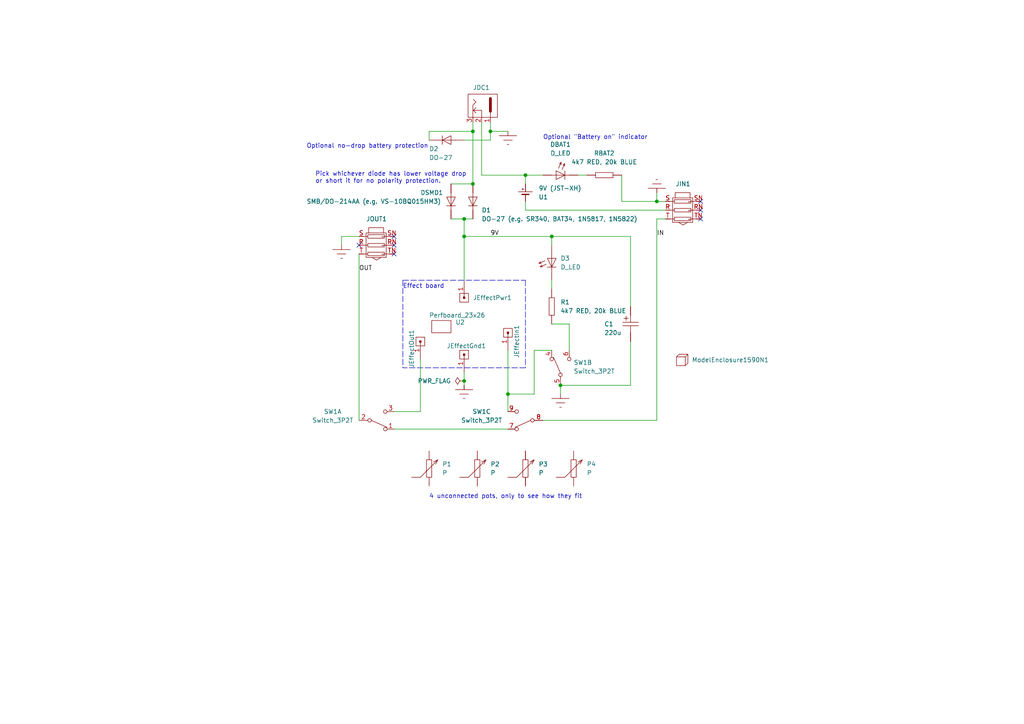
<source format=kicad_sch>
(kicad_sch (version 20230121) (generator eeschema)
  (paper "A4")
  (lib_symbols
    (symbol "perfect-pedal-layout-symbols:Battery_9V" (pin_numbers hide) (pin_names hide)
      (property "Reference" "U" (at 0 3.302 0))
      (property "Value" "Battery_9V" (at -0.254 5.08 0))
      (symbol "Battery_9V_0_1"
        (polyline (pts (xy -1.016 1.016) (xy -1.016 0.508)))
        (polyline (pts (xy -0.762 0.762) (xy -1.27 0.762)))
        (polyline (pts (xy -0.254 2.032) (xy -0.254 -2.032)))
        (polyline (pts (xy 0.508 1.016) (xy 0.508 -1.016)) (stroke (width 0.35)))
      )
      (symbol "Battery_9V_1_1"
        (pin power_out line (at 2.54 0 180) (length 2.1) (name "N") (number "N"))
        (pin power_out line (at -2.54 0 0) (length 2.2) (name "P") (number "P"))
      )
    )
    (symbol "perfect-pedal-layout-symbols:C_polarized" (pin_numbers hide) (pin_names hide)
      (property "Reference" "C?" (at 4.191 1.143 0))
      (property "Value" "C_polarized" (at 8.509 -1.397 0))
      (symbol "C_polarized_0_1"
        (polyline (pts (xy -1.27 2.286) (xy -1.27 1.016)))
        (polyline (pts (xy -0.635 1.651) (xy -1.905 1.651)))
        (polyline (pts (xy 0 -0.508) (xy 0 -2.54)))
        (polyline (pts (xy 0 2.54) (xy 0 0.508)))
        (polyline (pts (xy 2.286 -0.508) (xy -2.286 -0.508)))
        (polyline (pts (xy 2.286 0.508) (xy -2.286 0.508)))
      )
      (symbol "C_polarized_1_1"
        (pin passive line (at 0 -5.08 90) (length 2.54) (name "N") (number "N"))
        (pin passive line (at 0 5.08 270) (length 2.54) (name "P") (number "P"))
      )
    )
    (symbol "perfect-pedal-layout-symbols:Connector_DC_jack_3pin" (pin_names hide)
      (property "Reference" "J" (at -5.08 5.08 0))
      (symbol "Connector_DC_jack_3pin_0_0"
        (rectangle (start -3.175 4.572) (end 3.556 -3.937))
      )
      (symbol "Connector_DC_jack_3pin_0_1"
        (polyline (pts (xy 1.524 -2.413) (xy 0.762 -1.651)))
        (polyline (pts (xy 3.81 2.54) (xy -1.524 2.54)))
        (polyline (pts (xy 1.778 2.54) (xy -1.778 2.54) (xy -1.905 2.54)) (stroke (width 0.8)))
        (polyline (pts (xy 3.81 -2.54) (xy 0 -2.54) (xy -0.889 -1.651) (xy -1.651 -2.413)))
        (polyline (pts (xy 3.81 0) (xy 1.524 0) (xy 1.524 -2.413) (xy 2.286 -1.651)))
      )
      (symbol "Connector_DC_jack_3pin_1_1"
        (pin passive line (at 5.08 2.54 180) (length 1.27) (name "1") (number "1"))
        (pin passive line (at 5.08 0 180) (length 1.27) (name "2") (number "2"))
        (pin passive line (at 5.08 -2.54 180) (length 1.27) (name "3") (number "3"))
      )
    )
    (symbol "perfect-pedal-layout-symbols:Connector_Jack_6.35mm_female_stereo" (pin_names hide)
      (property "Reference" "J" (at -5.588 3.81 0))
      (symbol "Connector_Jack_6.35mm_female_stereo_0_0"
        (rectangle (start -3.556 2.794) (end 3.556 -3.048))
        (polyline (pts (xy -2.54 -3.81) (xy -2.54 -2.54)))
        (polyline (pts (xy 0 -3.81) (xy 0 -2.54)))
        (polyline (pts (xy 2.54 -3.81) (xy 2.54 -2.54)))
        (polyline (pts (xy 3.556 1.27) (xy 4.318 0) (xy 3.556 -1.27)))
        (polyline (pts (xy -3.556 2.032) (xy -5.08 2.032) (xy -5.08 -2.286) (xy -3.556 -2.286)))
      )
      (symbol "Connector_Jack_6.35mm_female_stereo_0_1"
        (rectangle (start -3.048 2.286) (end -2.032 -2.54))
        (rectangle (start -0.508 2.286) (end 0.508 -2.54))
        (polyline (pts (xy -2.54 3.81) (xy -2.54 2.032) (xy -2.286 1.778) (xy -2.54 1.524)))
        (polyline (pts (xy 0 3.81) (xy 0 2.032) (xy 0.254 1.778) (xy 0 1.524)))
        (polyline (pts (xy 2.54 3.81) (xy 2.54 2.032) (xy 2.794 1.778) (xy 2.54 1.524)))
        (rectangle (start 2.032 2.286) (end 3.048 -2.54))
      )
      (symbol "Connector_Jack_6.35mm_female_stereo_1_1"
        (pin passive line (at 0 -5.08 90) (length 1.27) (name "R") (number "R"))
        (pin passive line (at 0 5.08 270) (length 1.27) (name "RN") (number "RN"))
        (pin passive line (at -2.54 -5.08 90) (length 1.27) (name "S") (number "S"))
        (pin passive line (at -2.54 5.08 270) (length 1.27) (name "SN") (number "SN"))
        (pin passive line (at 2.54 -5.08 90) (length 1.27) (name "T") (number "T"))
        (pin passive line (at 2.54 5.08 270) (length 1.27) (name "TN") (number "TN"))
      )
    )
    (symbol "perfect-pedal-layout-symbols:D" (pin_numbers hide) (pin_names hide)
      (property "Reference" "D?" (at 2.921 1.143 0))
      (property "Value" "D" (at 2.413 -1.27 0))
      (symbol "D_0_1"
        (polyline (pts (xy 0 2.54) (xy 0 -2.54)))
        (polyline (pts (xy 1.27 -1.27) (xy -1.27 -1.27)))
        (polyline (pts (xy 0 -1.27) (xy 1.27 1.27) (xy -1.27 1.27) (xy 0 -1.27)))
      )
      (symbol "D_1_1"
        (pin passive line (at 0 5.08 270) (length 2.54) (name "A") (number "A"))
        (pin passive line (at 0 -5.08 90) (length 2.54) (name "K") (number "K"))
      )
    )
    (symbol "perfect-pedal-layout-symbols:D_LED" (pin_numbers hide) (pin_names hide)
      (property "Reference" "D?" (at 2.921 1.143 0))
      (property "Value" "D_LED" (at 4.699 -1.27 0))
      (symbol "D_LED_0_1"
        (polyline (pts (xy -3.7465 -0.1905) (xy -3.2385 0.3175)))
        (polyline (pts (xy -3.3655 -1.2065) (xy -2.8575 -0.6985)))
        (polyline (pts (xy 0 2.54) (xy 0 -2.413)))
        (polyline (pts (xy 1.27 -1.27) (xy -1.27 -1.27)))
        (polyline (pts (xy -1.9685 0.5715) (xy -3.7465 -0.1905) (xy -2.9845 -0.1905)))
        (polyline (pts (xy -1.5875 -0.4445) (xy -3.3655 -1.2065) (xy -2.6035 -1.2065)))
        (polyline (pts (xy 0 -1.27) (xy 1.27 1.27) (xy -1.27 1.27) (xy 0 -1.27)))
      )
      (symbol "D_LED_1_1"
        (pin passive line (at 0 5.08 270) (length 2.54) (name "A") (number "A"))
        (pin passive line (at 0 -5.08 90) (length 2.54) (name "K") (number "K"))
      )
    )
    (symbol "perfect-pedal-layout-symbols:GND" (power) (pin_numbers hide) (pin_names hide)
      (symbol "GND_0_1"
        (polyline (pts (xy -2.54 -1.27) (xy 2.54 -1.27)))
        (polyline (pts (xy -1.27 -2.54) (xy 1.27 -2.54)))
        (polyline (pts (xy -0.254 -3.81) (xy 0.254 -3.81)))
      )
      (symbol "GND_1_1"
        (pin power_in line (at 0 0 270) (length 1.27) (name "GND") (number "GND"))
      )
    )
    (symbol "perfect-pedal-layout-symbols:Header_1x1_male" (pin_names hide)
      (property "Reference" "J" (at -0.254 2.286 0))
      (property "Value" "Header_1x1_male" (at 0 4.191 0))
      (symbol "Header_1x1_male_0_1"
        (rectangle (start -1.27 1.27) (end 1.27 -1.27))
        (rectangle (start -0.254 0.254) (end 0.254 -0.254) (fill (type outline)))
      )
      (symbol "Header_1x1_male_1_1"
        (pin passive line (at -5.08 0 0) (length 5.08) (name "1") (number "1"))
      )
    )
    (symbol "perfect-pedal-layout-symbols:Model"
      (property "Reference" "Model" (at 6.223 -0.508 0))
      (symbol "Model_0_1"
        (polyline (pts (xy 0 0) (xy 0.762 0.762) (xy 3.302 0.762)))
        (polyline (pts (xy 2.54 0) (xy 3.302 0.762) (xy 3.302 -1.778) (xy 2.54 -2.54)))
        (rectangle (start 0 0) (end 2.54 -2.54))
      )
    )
    (symbol "perfect-pedal-layout-symbols:P" (pin_numbers hide) (pin_names hide)
      (property "Reference" "P?" (at 2.54 0.889 0))
      (property "Value" "P" (at 2.54 -1.27 0))
      (symbol "P_0_1"
        (polyline (pts (xy 2.54 2.54) (xy 1.905 1.27)))
        (polyline (pts (xy -2.54 -2.54) (xy 2.54 2.54) (xy 1.27 1.905)))
        (polyline (pts (xy -0.762 2.54) (xy 0.762 2.54) (xy 0.762 -2.54) (xy -0.762 -2.54) (xy -0.762 2.54)))
      )
      (symbol "P_1_1"
        (pin passive line (at 0 5.08 270) (length 2.54) (name "E") (number "E"))
        (pin passive line (at 0 -5.08 90) (length 2.54) (name "S") (number "S"))
        (pin passive line (at -5.08 -2.54 0) (length 2.54) (name "W") (number "W"))
      )
    )
    (symbol "perfect-pedal-layout-symbols:PWR_FLAG" (power) (pin_numbers hide) (pin_names (offset 0) hide)
      (property "Value" "PWR_FLAG" (at 0 3.81 0))
      (symbol "PWR_FLAG_0_0"
        (pin power_out line (at 0 0 90) (length 0) (name "pwr") (number "1"))
      )
      (symbol "PWR_FLAG_0_1"
        (polyline (pts (xy 0 0) (xy 0 1.27) (xy -1.016 1.905) (xy 0 2.54) (xy 1.016 1.905) (xy 0 1.27)))
      )
    )
    (symbol "perfect-pedal-layout-symbols:Perfboard_23x26"
      (property "Reference" "U" (at 0 1.905 0))
      (property "Value" "Perfboard_23x26" (at 0 0 0))
      (symbol "Perfboard_23x26_0_1"
        (rectangle (start -1.778 -1.524) (end 3.81 -5.08))
      )
    )
    (symbol "perfect-pedal-layout-symbols:R" (pin_numbers hide) (pin_names hide)
      (property "Reference" "R?" (at 1.27 1.016 0))
      (property "Value" "R" (at 1.27 -1.143 0))
      (symbol "R_0_1"
        (polyline (pts (xy -0.762 2.54) (xy 0.762 2.54) (xy 0.762 -2.54) (xy -0.762 -2.54) (xy -0.762 2.54)))
      )
      (symbol "R_1_1"
        (pin passive line (at 0 5.08 270) (length 2.54) (name "1") (number "1"))
        (pin passive line (at 0 -5.08 90) (length 2.54) (name "2") (number "2"))
      )
    )
    (symbol "perfect-pedal-layout-symbols:Switch_3P2T" (pin_names hide)
      (property "Reference" "SW" (at 0 2.54 0))
      (property "Value" "Switch_3P2T" (at 0 5.08 0))
      (symbol "Switch_3P2T_1_1"
        (circle (center -4.572 -2.54) (radius 0.508))
        (circle (center 0 -5.08) (radius 0.508))
        (polyline (pts (xy -4.064 -2.54) (xy 0.508 -0.508)))
        (circle (center 0 0) (radius 0.508))
        (pin passive line (at 2.54 0 180) (length 2) (name "1") (number "1"))
        (pin passive line (at -7.62 -2.54 0) (length 2.54) (name "2") (number "2"))
        (pin passive line (at 2.54 -5.08 180) (length 2) (name "3") (number "3"))
      )
      (symbol "Switch_3P2T_2_1"
        (circle (center -4.572 -10.16) (radius 0.508))
        (circle (center 0 -12.7) (radius 0.508))
        (circle (center 0 -7.62) (radius 0.508))
        (polyline (pts (xy -4.064 -10.16) (xy 0.508 -8.128)))
        (pin passive line (at 2.54 -7.62 180) (length 2) (name "4") (number "4"))
        (pin passive line (at -7.62 -10.16 0) (length 2.54) (name "5") (number "5"))
        (pin passive line (at 2.54 -12.7 180) (length 2) (name "6") (number "6"))
      )
      (symbol "Switch_3P2T_3_1"
        (circle (center -4.572 -17.78) (radius 0.508))
        (circle (center 0 -20.32) (radius 0.508))
        (circle (center 0 -15.24) (radius 0.508))
        (polyline (pts (xy -4.064 -17.78) (xy 0.508 -15.748)))
        (pin passive line (at 2.54 -15.24 180) (length 2) (name "7") (number "7"))
        (pin passive line (at -7.62 -17.78 0) (length 2.54) (name "8") (number "8"))
        (pin passive line (at 2.54 -20.32 180) (length 2) (name "9") (number "9"))
      )
    )
  )
  (junction (at 142.24 38.1))
  (junction (at 160.02 68.58))
  (junction (at 134.62 110.49))
  (junction (at 162.56 111.76))
  (junction (at 137.16 38.1))
  (junction (at 147.32 114.3))
  (junction (at 190.5 58.42))
  (junction (at 134.62 63.5))
  (junction (at 134.62 68.58))
  (junction (at 152.4 50.8))
  (junction (at 137.16 53.34))
  (no_connect (at 104.14 71.12))
  (no_connect (at 203.2 58.42))
  (no_connect (at 203.2 63.5))
  (no_connect (at 203.2 60.96))
  (no_connect (at 114.3 71.12))
  (no_connect (at 114.3 68.58))
  (no_connect (at 114.3 73.66))
  (wire (pts (xy 190.5 55.88) (xy 190.5 58.42)))
  (polyline (pts (xy 116.84 81.28) (xy 116.84 106.68)) (stroke (width 0) (type dash)))
  (wire (pts (xy 130.81 53.34) (xy 137.16 53.34)))
  (wire (pts (xy 152.4 50.8) (xy 157.48 50.8)))
  (polyline (pts (xy 152.4 106.68) (xy 116.84 106.68)) (stroke (width 0) (type dash)))
  (wire (pts (xy 104.14 73.66) (xy 104.14 121.92)))
  (wire (pts (xy 99.06 68.58) (xy 99.06 71.12)))
  (wire (pts (xy 165.1 101.6) (xy 165.1 93.98)))
  (wire (pts (xy 134.62 68.58) (xy 160.02 68.58)))
  (wire (pts (xy 104.14 68.58) (xy 99.06 68.58)))
  (wire (pts (xy 154.94 101.6) (xy 154.94 114.3)))
  (wire (pts (xy 152.4 50.8) (xy 152.4 53.34)))
  (wire (pts (xy 147.32 114.3) (xy 147.32 119.38)))
  (wire (pts (xy 190.5 63.5) (xy 190.5 121.92)))
  (wire (pts (xy 130.81 63.5) (xy 134.62 63.5)))
  (wire (pts (xy 182.88 99.06) (xy 182.88 111.76)))
  (polyline (pts (xy 116.84 81.28) (xy 152.4 81.28)) (stroke (width 0) (type dash)))
  (wire (pts (xy 139.7 35.56) (xy 139.7 50.8)))
  (wire (pts (xy 160.02 93.98) (xy 165.1 93.98)))
  (wire (pts (xy 180.34 58.42) (xy 190.5 58.42)))
  (wire (pts (xy 162.56 111.76) (xy 182.88 111.76)))
  (wire (pts (xy 152.4 60.96) (xy 193.04 60.96)))
  (wire (pts (xy 193.04 58.42) (xy 190.5 58.42)))
  (wire (pts (xy 142.24 35.56) (xy 142.24 38.1)))
  (wire (pts (xy 137.16 35.56) (xy 137.16 38.1)))
  (wire (pts (xy 180.34 50.8) (xy 180.34 58.42)))
  (wire (pts (xy 147.32 101.6) (xy 147.32 114.3)))
  (wire (pts (xy 134.62 63.5) (xy 134.62 68.58)))
  (polyline (pts (xy 152.4 81.28) (xy 152.4 106.68)) (stroke (width 0) (type dash)))
  (wire (pts (xy 182.88 68.58) (xy 182.88 88.9)))
  (wire (pts (xy 157.48 121.92) (xy 190.5 121.92)))
  (wire (pts (xy 134.62 110.49) (xy 134.62 111.76)))
  (wire (pts (xy 162.56 114.3) (xy 162.56 111.76)))
  (wire (pts (xy 147.32 38.1) (xy 142.24 38.1)))
  (wire (pts (xy 121.92 104.14) (xy 121.92 119.38)))
  (wire (pts (xy 139.7 50.8) (xy 152.4 50.8)))
  (wire (pts (xy 167.64 50.8) (xy 170.18 50.8)))
  (wire (pts (xy 124.46 38.1) (xy 137.16 38.1)))
  (wire (pts (xy 121.92 119.38) (xy 114.3 119.38)))
  (wire (pts (xy 137.16 38.1) (xy 137.16 53.34)))
  (wire (pts (xy 190.5 63.5) (xy 193.04 63.5)))
  (wire (pts (xy 160.02 81.28) (xy 160.02 83.82)))
  (wire (pts (xy 134.62 107.95) (xy 134.62 110.49)))
  (wire (pts (xy 134.62 63.5) (xy 137.16 63.5)))
  (wire (pts (xy 147.32 114.3) (xy 154.94 114.3)))
  (wire (pts (xy 142.24 38.1) (xy 142.24 40.64)))
  (wire (pts (xy 114.3 124.46) (xy 147.32 124.46)))
  (wire (pts (xy 134.62 40.64) (xy 142.24 40.64)))
  (wire (pts (xy 124.46 40.64) (xy 124.46 38.1)))
  (wire (pts (xy 160.02 68.58) (xy 160.02 71.12)))
  (wire (pts (xy 160.02 101.6) (xy 154.94 101.6)))
  (wire (pts (xy 134.62 68.58) (xy 134.62 81.28)))
  (wire (pts (xy 160.02 68.58) (xy 182.88 68.58)))
  (wire (pts (xy 152.4 58.42) (xy 152.4 60.96)))
  (text "Optional no-drop battery protection" (at 88.9 43.18 0) (effects (font (size 1.27 1.27)) (justify left bottom)))
  (text "Effect board" (at 116.84 83.82 0) (effects (font (size 1.27 1.27)) (justify left bottom)))
  (text "4 unconnected pots, only to see how they fit" (at 124.46 144.78 0) (effects (font (size 1.27 1.27)) (justify left bottom)))
  (text "Pick whichever diode has lower voltage drop\nor short it for no polarity protection." (at 91.44 53.34 0) (effects (font (size 1.27 1.27)) (justify left bottom)))
  (text "Optional \"Battery on\" indicator" (at 157.48 40.64 0) (effects (font (size 1.27 1.27)) (justify left bottom)))
  (label "9V" (at 142.24 68.58 0))
  (label "OUT" (at 104.14 78.74 0))
  (label "IN" (at 190.5 68.58 0))
  (symbol (lib_id "perfect-pedal-layout-symbols:D") (at 129.54 40.64 270) (unit 1)
    (property "Reference" "D2" (at 124.46 43.18 90) (effects (justify left)))
    (property "Value" "DO-27" (at 124.46 45.72 90) (effects (justify left)))
    (property "Footprint" "perfect-pedal-layout-footprints:D_DO-27" (effects hide))
  )
  (symbol (lib_id "perfect-pedal-layout-symbols:R") (at 175.26 50.8 270) (unit 1)
    (property "Reference" "RBAT2" (at 175.26 44.45 90))
    (property "Value" "4k7 RED, 20k BLUE" (at 175.26 46.99 90))
    (property "Footprint" "perfect-pedal-layout-footprints:R_0.25W_vertical" (effects hide))
  )
  (symbol (lib_id "perfect-pedal-layout-symbols:GND") (at 162.56 114.3 0) (unit 1)
    (property "Reference" "#GND05" (effects hide))
    (property "Value" "GND" (effects hide))
  )
  (symbol (lib_id "perfect-pedal-layout-symbols:P") (at 124.46 135.89 0) (unit 1)
    (property "Reference" "P1" (at 128.27 134.62 0) (effects (justify left)))
    (property "Value" "P" (at 128.27 137.16 0) (effects (justify left)))
    (property "Footprint" "perfect-pedal-layout-footprints:P_Daugterboard_Mono_NC" (effects hide))
  )
  (symbol (lib_id "perfect-pedal-layout-symbols:Connector_Jack_6.35mm_female_stereo") (at 198.12 60.96 270) (unit 1)
    (property "Reference" "JIN1" (at 198.12 53.34 90))
    (property "Value" "Connector_Jack_6.35mm_female_stereo" (effects hide))
    (property "Footprint" "perfect-pedal-layout-footprints:Connector_Jack_6.35mm_female_stereo" (effects hide))
  )
  (symbol (lib_id "perfect-pedal-layout-symbols:D_LED") (at 160.02 76.2 0) (unit 1)
    (property "Reference" "D3" (at 162.56 74.9299 0) (effects (justify left)))
    (property "Value" "D_LED" (at 162.56 77.4699 0) (effects (justify left)))
    (property "Footprint" "perfect-pedal-layout-footprints:D_LED_3mm" (effects hide))
  )
  (symbol (lib_id "perfect-pedal-layout-symbols:Switch_3P2T") (at 111.76 124.46 0) (mirror x) (unit 1)
    (property "Reference" "SW1" (at 96.52 119.38 0))
    (property "Value" "Switch_3P2T" (at 96.52 121.92 0))
    (property "Footprint" "perfect-pedal-layout-footprints:Switch_3PDT" (effects hide))
  )
  (symbol (lib_id "perfect-pedal-layout-symbols:P") (at 138.43 135.89 0) (unit 1)
    (property "Reference" "P2" (at 142.24 134.62 0) (effects (justify left)))
    (property "Value" "P" (at 142.24 137.16 0) (effects (justify left)))
    (property "Footprint" "perfect-pedal-layout-footprints:P_Daugterboard_Mono_NC" (effects hide))
  )
  (symbol (lib_id "perfect-pedal-layout-symbols:R") (at 160.02 88.9 180) (unit 1)
    (property "Reference" "R1" (at 162.56 87.6299 0) (effects (justify right)))
    (property "Value" "4k7 RED, 20k BLUE" (at 162.56 90.1699 0) (effects (justify right)))
    (property "Footprint" "perfect-pedal-layout-footprints:R_0.25W" (effects hide))
  )
  (symbol (lib_id "perfect-pedal-layout-symbols:GND") (at 190.5 55.88 180) (unit 1)
    (property "Reference" "#GND03" (effects hide))
    (property "Value" "GND" (effects hide))
  )
  (symbol (lib_id "perfect-pedal-layout-symbols:Switch_3P2T") (at 152.4 104.14 90) (unit 2)
    (property "Reference" "SW1" (at 166.37 105.1399 90) (effects (justify right)))
    (property "Value" "Switch_3P2T" (at 166.37 107.6799 90) (effects (justify right)))
    (property "Footprint" "perfect-pedal-layout-footprints:Switch_3PDT" (effects hide))
  )
  (symbol (lib_id "perfect-pedal-layout-symbols:Battery_9V") (at 152.4 55.88 90) (mirror x) (unit 1)
    (property "Reference" "U1" (at 156.21 57.15 90) (effects (justify right)))
    (property "Value" "9V (JST-XH)" (at 156.21 54.61 90) (effects (justify right)))
    (property "Footprint" "perfect-pedal-layout-footprints:Battery_JST_XH_female_2pin" (effects hide))
  )
  (symbol (lib_id "perfect-pedal-layout-symbols:PWR_FLAG") (at 134.62 110.49 90) (unit 1)
    (property "Reference" "#FLG01" (effects hide))
    (property "Value" "PWR_FLAG" (at 130.81 110.49 90) (effects (justify left)))
  )
  (symbol (lib_id "perfect-pedal-layout-symbols:Header_1x1_male") (at 134.62 86.36 270) (unit 1)
    (property "Reference" "JEffectPwr1" (at 137.16 86.3599 90) (effects (justify left)))
    (property "Value" "Header_1x1_male" (effects hide))
    (property "Footprint" "perfect-pedal-layout-footprints:Header_1x1_male_upright" (effects hide))
  )
  (symbol (lib_id "perfect-pedal-layout-symbols:Connector_Jack_6.35mm_female_stereo") (at 109.22 71.12 270) (unit 1)
    (property "Reference" "JOUT1" (at 109.22 63.5 90))
    (property "Value" "Connector_Jack_6.35mm_female_stereo" (effects hide))
    (property "Footprint" "perfect-pedal-layout-footprints:Connector_Jack_6.35mm_female_stereo" (effects hide))
  )
  (symbol (lib_id "perfect-pedal-layout-symbols:Connector_DC_jack_3pin") (at 139.7 30.48 270) (unit 1)
    (property "Reference" "JDC1" (at 137.16 25.4 90) (effects (justify left)))
    (property "Value" "Connector_DC_jack_3pin" (effects hide))
    (property "Footprint" "perfect-pedal-layout-footprints:Connector_DC_005_2.0" (effects hide))
    (property "Datasheet" "https://www.lcsc.com/product-detail/DC-Power-Connectors_BOOMELE-Boom-Precision-Elec-DC-005-2-0_C16214.html" (effects hide))
  )
  (symbol (lib_id "perfect-pedal-layout-symbols:GND") (at 99.06 71.12 0) (unit 1)
    (property "Reference" "#GND01" (effects hide))
    (property "Value" "GND" (effects hide))
  )
  (symbol (lib_id "perfect-pedal-layout-symbols:Perfboard_23x26") (at 127 91.44 0) (unit 1)
    (property "Reference" "U2" (at 132.08 93.4719 0) (effects (justify left)))
    (property "Value" "Perfboard_23x26" (at 124.46 91.44 0) (effects (justify left)))
    (property "Footprint" "perfect-pedal-layout-footprints:Perfboard_23x26" (effects hide))
  )
  (symbol (lib_id "perfect-pedal-layout-symbols:GND") (at 134.62 111.76 0) (unit 1)
    (property "Reference" "#GND02" (effects hide))
    (property "Value" "GND" (effects hide))
  )
  (symbol (lib_id "perfect-pedal-layout-symbols:P") (at 152.4 135.89 0) (unit 1)
    (property "Reference" "P3" (at 156.21 134.62 0) (effects (justify left)))
    (property "Value" "P" (at 156.21 137.16 0) (effects (justify left)))
    (property "Footprint" "perfect-pedal-layout-footprints:P_Daugterboard_Mono_NC" (effects hide))
  )
  (symbol (lib_id "perfect-pedal-layout-symbols:D") (at 137.16 58.42 0) (unit 1)
    (property "Reference" "D1" (at 139.7 60.96 0) (effects (justify left)))
    (property "Value" "DO-27 (e.g. SR340, BAT34, 1N5817, 1N5822)" (at 139.7 63.5 0) (effects (justify left)))
    (property "Footprint" "perfect-pedal-layout-footprints:D_DO-27" (effects hide))
  )
  (symbol (lib_id "perfect-pedal-layout-symbols:Switch_3P2T") (at 149.86 139.7 180) (unit 3)
    (property "Reference" "SW1" (at 139.7 119.38 0))
    (property "Value" "Switch_3P2T" (at 139.7 121.92 0))
    (property "Footprint" "perfect-pedal-layout-footprints:Switch_3PDT" (effects hide))
  )
  (symbol (lib_id "perfect-pedal-layout-symbols:Header_1x1_male") (at 147.32 96.52 90) (unit 1)
    (property "Reference" "JEffectIn1" (at 149.86 99.06 0))
    (property "Value" "Header_1x1_male" (effects hide))
    (property "Footprint" "perfect-pedal-layout-footprints:Header_1x1_male_upright" (effects hide))
  )
  (symbol (lib_id "perfect-pedal-layout-symbols:C_polarized") (at 182.88 93.98 0) (unit 1)
    (property "Reference" "C1" (at 175.26 93.98 0) (effects (justify left)))
    (property "Value" "220u" (at 175.26 96.52 0) (effects (justify left)))
    (property "Footprint" "perfect-pedal-layout-footprints:C_polarized_D6.35mm_H5.65mm_P2.54mm" (effects hide))
  )
  (symbol (lib_id "perfect-pedal-layout-symbols:P") (at 166.37 135.89 0) (unit 1)
    (property "Reference" "P4" (at 170.18 134.62 0) (effects (justify left)))
    (property "Value" "P" (at 170.18 137.16 0) (effects (justify left)))
    (property "Footprint" "perfect-pedal-layout-footprints:P_Daugterboard_Mono_NC" (effects hide))
  )
  (symbol (lib_id "perfect-pedal-layout-symbols:D") (at 130.81 58.42 0) (mirror y) (unit 1)
    (property "Reference" "DSMD1" (at 121.92 55.88 0) (effects (justify right)))
    (property "Value" "SMB/DO-214AA (e.g. VS-10BQ015HM3)" (at 88.9 58.42 0) (effects (justify right)))
    (property "Footprint" "perfect-pedal-layout-footprints:D_SMB" (effects hide))
  )
  (symbol (lib_id "perfect-pedal-layout-symbols:Header_1x1_male") (at 134.62 102.87 90) (unit 1)
    (property "Reference" "JEffectGnd1" (at 129.54 100.33 90) (effects (justify right)))
    (property "Value" "Header_1x1_male" (effects hide))
    (property "Footprint" "perfect-pedal-layout-footprints:Header_1x1_male_upright" (effects hide))
  )
  (symbol (lib_id "perfect-pedal-layout-symbols:GND") (at 147.32 38.1 0) (unit 1)
    (property "Reference" "#GND04" (effects hide))
    (property "Value" "GND" (effects hide))
  )
  (symbol (lib_id "perfect-pedal-layout-symbols:Header_1x1_male") (at 121.92 99.06 90) (unit 1)
    (property "Reference" "JEffectOut1" (at 119.38 106.68 0) (effects (justify left)))
    (property "Value" "Header_1x1_male" (effects hide))
    (property "Footprint" "perfect-pedal-layout-footprints:Header_1x1_male_upright" (effects hide))
  )
  (symbol (lib_id "perfect-pedal-layout-symbols:Model") (at 196.215 103.505 0) (unit 1)
    (property "Reference" "ModelEnclosure1590N1" (at 200.66 104.3939 0) (effects (justify left)))
    (property "Value" "Model" (effects hide))
    (property "Footprint" "perfect-pedal-layout-footprints:Enclosure_1590N1" (effects hide))
  )
  (symbol (lib_id "perfect-pedal-layout-symbols:D_LED") (at 162.56 50.8 90) (mirror x) (unit 1)
    (property "Reference" "DBAT1" (at 162.56 41.91 90))
    (property "Value" "D_LED" (at 162.56 44.45 90))
    (property "Footprint" "perfect-pedal-layout-footprints:D_LED_3mm" (effects hide))
  )
)
</source>
